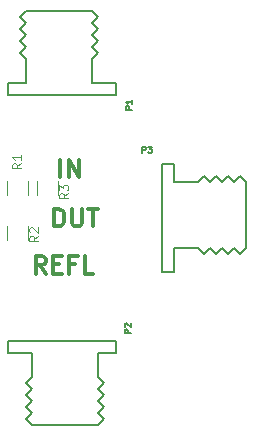
<source format=gbr>
G04 #@! TF.GenerationSoftware,KiCad,Pcbnew,no-vcs-found-01f5a12~58~ubuntu17.04.1*
G04 #@! TF.CreationDate,2017-04-20T18:40:21-07:00*
G04 #@! TF.ProjectId,Reflection_Bridge,5265666C656374696F6E5F4272696467,rev?*
G04 #@! TF.FileFunction,Legend,Top*
G04 #@! TF.FilePolarity,Positive*
%FSLAX46Y46*%
G04 Gerber Fmt 4.6, Leading zero omitted, Abs format (unit mm)*
G04 Created by KiCad (PCBNEW no-vcs-found-01f5a12~58~ubuntu17.04.1) date Thu Apr 20 18:40:21 2017*
%MOMM*%
%LPD*%
G01*
G04 APERTURE LIST*
%ADD10C,0.100000*%
%ADD11C,0.300000*%
%ADD12C,0.150000*%
%ADD13C,0.120000*%
%ADD14C,0.131000*%
G04 APERTURE END LIST*
D10*
D11*
X82435714Y-70778571D02*
X81935714Y-70064285D01*
X81578571Y-70778571D02*
X81578571Y-69278571D01*
X82150000Y-69278571D01*
X82292857Y-69350000D01*
X82364285Y-69421428D01*
X82435714Y-69564285D01*
X82435714Y-69778571D01*
X82364285Y-69921428D01*
X82292857Y-69992857D01*
X82150000Y-70064285D01*
X81578571Y-70064285D01*
X83078571Y-69992857D02*
X83578571Y-69992857D01*
X83792857Y-70778571D02*
X83078571Y-70778571D01*
X83078571Y-69278571D01*
X83792857Y-69278571D01*
X84935714Y-69992857D02*
X84435714Y-69992857D01*
X84435714Y-70778571D02*
X84435714Y-69278571D01*
X85150000Y-69278571D01*
X86435714Y-70778571D02*
X85721428Y-70778571D01*
X85721428Y-69278571D01*
X83150000Y-66778571D02*
X83150000Y-65278571D01*
X83507142Y-65278571D01*
X83721428Y-65350000D01*
X83864285Y-65492857D01*
X83935714Y-65635714D01*
X84007142Y-65921428D01*
X84007142Y-66135714D01*
X83935714Y-66421428D01*
X83864285Y-66564285D01*
X83721428Y-66707142D01*
X83507142Y-66778571D01*
X83150000Y-66778571D01*
X84650000Y-65278571D02*
X84650000Y-66492857D01*
X84721428Y-66635714D01*
X84792857Y-66707142D01*
X84935714Y-66778571D01*
X85221428Y-66778571D01*
X85364285Y-66707142D01*
X85435714Y-66635714D01*
X85507142Y-66492857D01*
X85507142Y-65278571D01*
X86007142Y-65278571D02*
X86864285Y-65278571D01*
X86435714Y-66778571D02*
X86435714Y-65278571D01*
X83664285Y-62628571D02*
X83664285Y-61128571D01*
X84378571Y-62628571D02*
X84378571Y-61128571D01*
X85235714Y-62628571D01*
X85235714Y-61128571D01*
D12*
X80772000Y-48514000D02*
X86360000Y-48514000D01*
X86360000Y-48514000D02*
X86868000Y-49022000D01*
X86868000Y-49022000D02*
X86360000Y-49530000D01*
X86360000Y-49530000D02*
X86868000Y-50038000D01*
X86868000Y-50038000D02*
X86360000Y-50546000D01*
X86360000Y-50546000D02*
X86868000Y-51054000D01*
X86868000Y-51054000D02*
X86360000Y-51562000D01*
X86360000Y-51562000D02*
X86868000Y-52070000D01*
X80264000Y-52070000D02*
X80772000Y-51562000D01*
X80772000Y-51562000D02*
X80264000Y-51054000D01*
X80264000Y-51054000D02*
X80772000Y-50546000D01*
X80772000Y-50546000D02*
X80264000Y-50038000D01*
X80264000Y-50038000D02*
X80772000Y-49530000D01*
X80772000Y-49530000D02*
X80264000Y-49022000D01*
X80264000Y-49022000D02*
X80772000Y-48514000D01*
X86868000Y-52070000D02*
X86360000Y-52578000D01*
X86360000Y-52578000D02*
X86360000Y-54610000D01*
X86360000Y-54610000D02*
X88392000Y-54610000D01*
X88392000Y-54610000D02*
X88392000Y-55626000D01*
X88392000Y-55626000D02*
X79248000Y-55626000D01*
X79248000Y-55626000D02*
X79248000Y-54610000D01*
X79248000Y-54610000D02*
X80772000Y-54610000D01*
X80772000Y-54610000D02*
X80772000Y-52578000D01*
X80772000Y-52578000D02*
X80264000Y-52070000D01*
X86868000Y-79502000D02*
X87376000Y-80010000D01*
X86868000Y-77470000D02*
X86868000Y-79502000D01*
X88392000Y-77470000D02*
X86868000Y-77470000D01*
X88392000Y-76454000D02*
X88392000Y-77470000D01*
X79248000Y-76454000D02*
X88392000Y-76454000D01*
X79248000Y-77470000D02*
X79248000Y-76454000D01*
X81280000Y-77470000D02*
X79248000Y-77470000D01*
X81280000Y-79502000D02*
X81280000Y-77470000D01*
X80772000Y-80010000D02*
X81280000Y-79502000D01*
X87376000Y-83058000D02*
X86868000Y-83566000D01*
X86868000Y-82550000D02*
X87376000Y-83058000D01*
X87376000Y-82042000D02*
X86868000Y-82550000D01*
X86868000Y-81534000D02*
X87376000Y-82042000D01*
X87376000Y-81026000D02*
X86868000Y-81534000D01*
X86868000Y-80518000D02*
X87376000Y-81026000D01*
X87376000Y-80010000D02*
X86868000Y-80518000D01*
X81280000Y-80518000D02*
X80772000Y-80010000D01*
X80772000Y-81026000D02*
X81280000Y-80518000D01*
X81280000Y-81534000D02*
X80772000Y-81026000D01*
X80772000Y-82042000D02*
X81280000Y-81534000D01*
X81280000Y-82550000D02*
X80772000Y-82042000D01*
X80772000Y-83058000D02*
X81280000Y-82550000D01*
X81280000Y-83566000D02*
X80772000Y-83058000D01*
X86868000Y-83566000D02*
X81280000Y-83566000D01*
X99414000Y-62992000D02*
X99414000Y-68580000D01*
X99414000Y-68580000D02*
X98906000Y-69088000D01*
X98906000Y-69088000D02*
X98398000Y-68580000D01*
X98398000Y-68580000D02*
X97890000Y-69088000D01*
X97890000Y-69088000D02*
X97382000Y-68580000D01*
X97382000Y-68580000D02*
X96874000Y-69088000D01*
X96874000Y-69088000D02*
X96366000Y-68580000D01*
X96366000Y-68580000D02*
X95858000Y-69088000D01*
X95858000Y-62484000D02*
X96366000Y-62992000D01*
X96366000Y-62992000D02*
X96874000Y-62484000D01*
X96874000Y-62484000D02*
X97382000Y-62992000D01*
X97382000Y-62992000D02*
X97890000Y-62484000D01*
X97890000Y-62484000D02*
X98398000Y-62992000D01*
X98398000Y-62992000D02*
X98906000Y-62484000D01*
X98906000Y-62484000D02*
X99414000Y-62992000D01*
X95858000Y-69088000D02*
X95350000Y-68580000D01*
X95350000Y-68580000D02*
X93318000Y-68580000D01*
X93318000Y-68580000D02*
X93318000Y-70612000D01*
X93318000Y-70612000D02*
X92302000Y-70612000D01*
X92302000Y-70612000D02*
X92302000Y-61468000D01*
X92302000Y-61468000D02*
X93318000Y-61468000D01*
X93318000Y-61468000D02*
X93318000Y-62992000D01*
X93318000Y-62992000D02*
X95350000Y-62992000D01*
X95350000Y-62992000D02*
X95858000Y-62484000D01*
D13*
X80890000Y-62900000D02*
X80890000Y-64100000D01*
X79130000Y-64100000D02*
X79130000Y-62900000D01*
X80890000Y-66710000D02*
X80890000Y-67910000D01*
X79130000Y-67910000D02*
X79130000Y-66710000D01*
X81670000Y-64100000D02*
X81670000Y-62900000D01*
X83430000Y-62900000D02*
X83430000Y-64100000D01*
D14*
X89737047Y-56886761D02*
X89213047Y-56886761D01*
X89213047Y-56687142D01*
X89238000Y-56637238D01*
X89262952Y-56612285D01*
X89312857Y-56587333D01*
X89387714Y-56587333D01*
X89437619Y-56612285D01*
X89462571Y-56637238D01*
X89487523Y-56687142D01*
X89487523Y-56886761D01*
X89737047Y-56088285D02*
X89737047Y-56387714D01*
X89737047Y-56238000D02*
X89213047Y-56238000D01*
X89287904Y-56287904D01*
X89337809Y-56337809D01*
X89362761Y-56387714D01*
X89637047Y-75786761D02*
X89113047Y-75786761D01*
X89113047Y-75587142D01*
X89138000Y-75537238D01*
X89162952Y-75512285D01*
X89212857Y-75487333D01*
X89287714Y-75487333D01*
X89337619Y-75512285D01*
X89362571Y-75537238D01*
X89387523Y-75587142D01*
X89387523Y-75786761D01*
X89162952Y-75287714D02*
X89138000Y-75262761D01*
X89113047Y-75212857D01*
X89113047Y-75088095D01*
X89138000Y-75038190D01*
X89162952Y-75013238D01*
X89212857Y-74988285D01*
X89262761Y-74988285D01*
X89337619Y-75013238D01*
X89637047Y-75312666D01*
X89637047Y-74988285D01*
X90613238Y-60537047D02*
X90613238Y-60013047D01*
X90812857Y-60013047D01*
X90862761Y-60038000D01*
X90887714Y-60062952D01*
X90912666Y-60112857D01*
X90912666Y-60187714D01*
X90887714Y-60237619D01*
X90862761Y-60262571D01*
X90812857Y-60287523D01*
X90613238Y-60287523D01*
X91087333Y-60013047D02*
X91411714Y-60013047D01*
X91237047Y-60212666D01*
X91311904Y-60212666D01*
X91361809Y-60237619D01*
X91386761Y-60262571D01*
X91411714Y-60312476D01*
X91411714Y-60437238D01*
X91386761Y-60487142D01*
X91361809Y-60512095D01*
X91311904Y-60537047D01*
X91162190Y-60537047D01*
X91112285Y-60512095D01*
X91087333Y-60487142D01*
D10*
X80339285Y-61425000D02*
X79982142Y-61675000D01*
X80339285Y-61853571D02*
X79589285Y-61853571D01*
X79589285Y-61567857D01*
X79625000Y-61496428D01*
X79660714Y-61460714D01*
X79732142Y-61425000D01*
X79839285Y-61425000D01*
X79910714Y-61460714D01*
X79946428Y-61496428D01*
X79982142Y-61567857D01*
X79982142Y-61853571D01*
X80339285Y-60710714D02*
X80339285Y-61139285D01*
X80339285Y-60925000D02*
X79589285Y-60925000D01*
X79696428Y-60996428D01*
X79767857Y-61067857D01*
X79803571Y-61139285D01*
X81789285Y-67575000D02*
X81432142Y-67825000D01*
X81789285Y-68003571D02*
X81039285Y-68003571D01*
X81039285Y-67717857D01*
X81075000Y-67646428D01*
X81110714Y-67610714D01*
X81182142Y-67575000D01*
X81289285Y-67575000D01*
X81360714Y-67610714D01*
X81396428Y-67646428D01*
X81432142Y-67717857D01*
X81432142Y-68003571D01*
X81110714Y-67289285D02*
X81075000Y-67253571D01*
X81039285Y-67182142D01*
X81039285Y-67003571D01*
X81075000Y-66932142D01*
X81110714Y-66896428D01*
X81182142Y-66860714D01*
X81253571Y-66860714D01*
X81360714Y-66896428D01*
X81789285Y-67325000D01*
X81789285Y-66860714D01*
X84339285Y-63975000D02*
X83982142Y-64225000D01*
X84339285Y-64403571D02*
X83589285Y-64403571D01*
X83589285Y-64117857D01*
X83625000Y-64046428D01*
X83660714Y-64010714D01*
X83732142Y-63975000D01*
X83839285Y-63975000D01*
X83910714Y-64010714D01*
X83946428Y-64046428D01*
X83982142Y-64117857D01*
X83982142Y-64403571D01*
X83589285Y-63725000D02*
X83589285Y-63260714D01*
X83875000Y-63510714D01*
X83875000Y-63403571D01*
X83910714Y-63332142D01*
X83946428Y-63296428D01*
X84017857Y-63260714D01*
X84196428Y-63260714D01*
X84267857Y-63296428D01*
X84303571Y-63332142D01*
X84339285Y-63403571D01*
X84339285Y-63617857D01*
X84303571Y-63689285D01*
X84267857Y-63725000D01*
M02*

</source>
